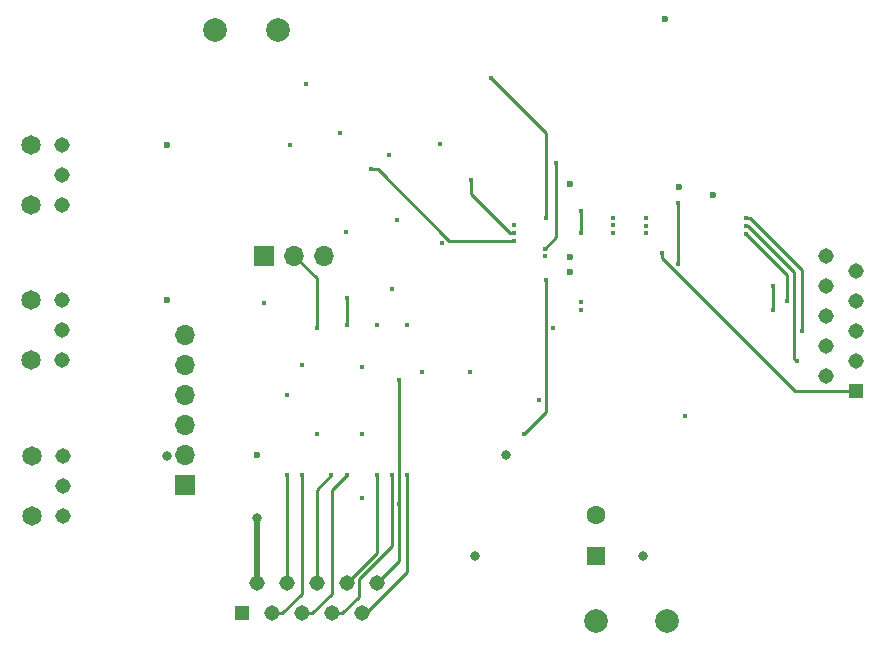
<source format=gbr>
G04 #@! TF.GenerationSoftware,KiCad,Pcbnew,(5.1.10-0-10_14)*
G04 #@! TF.CreationDate,2021-10-25T19:36:00+02:00*
G04 #@! TF.ProjectId,spdif_recv_cs,73706469-665f-4726-9563-765f63732e6b,rev?*
G04 #@! TF.SameCoordinates,Original*
G04 #@! TF.FileFunction,Copper,L2,Inr*
G04 #@! TF.FilePolarity,Positive*
%FSLAX46Y46*%
G04 Gerber Fmt 4.6, Leading zero omitted, Abs format (unit mm)*
G04 Created by KiCad (PCBNEW (5.1.10-0-10_14)) date 2021-10-25 19:36:00*
%MOMM*%
%LPD*%
G01*
G04 APERTURE LIST*
G04 #@! TA.AperFunction,ComponentPad*
%ADD10C,1.308000*%
G04 #@! TD*
G04 #@! TA.AperFunction,ComponentPad*
%ADD11C,1.650000*%
G04 #@! TD*
G04 #@! TA.AperFunction,ComponentPad*
%ADD12C,2.000000*%
G04 #@! TD*
G04 #@! TA.AperFunction,ComponentPad*
%ADD13R,1.308000X1.308000*%
G04 #@! TD*
G04 #@! TA.AperFunction,ComponentPad*
%ADD14O,1.700000X1.700000*%
G04 #@! TD*
G04 #@! TA.AperFunction,ComponentPad*
%ADD15R,1.700000X1.700000*%
G04 #@! TD*
G04 #@! TA.AperFunction,ComponentPad*
%ADD16C,1.600000*%
G04 #@! TD*
G04 #@! TA.AperFunction,ComponentPad*
%ADD17R,1.600000X1.600000*%
G04 #@! TD*
G04 #@! TA.AperFunction,ViaPad*
%ADD18C,0.450000*%
G04 #@! TD*
G04 #@! TA.AperFunction,ViaPad*
%ADD19C,0.600000*%
G04 #@! TD*
G04 #@! TA.AperFunction,ViaPad*
%ADD20C,0.800000*%
G04 #@! TD*
G04 #@! TA.AperFunction,Conductor*
%ADD21C,0.250000*%
G04 #@! TD*
G04 #@! TA.AperFunction,Conductor*
%ADD22C,0.500000*%
G04 #@! TD*
G04 APERTURE END LIST*
D10*
X115088500Y-96393000D03*
X115088500Y-98933000D03*
X115088500Y-101473000D03*
D11*
X112458500Y-101473000D03*
X112458500Y-96393000D03*
D10*
X115025000Y-83185000D03*
X115025000Y-85725000D03*
X115025000Y-88265000D03*
D11*
X112395000Y-88265000D03*
X112395000Y-83185000D03*
D10*
X115025000Y-70104000D03*
X115025000Y-72644000D03*
X115025000Y-75184000D03*
D11*
X112395000Y-75184000D03*
X112395000Y-70104000D03*
D12*
X127952500Y-60325000D03*
X133350000Y-60325000D03*
D13*
X130238500Y-109728000D03*
D10*
X131508500Y-107188000D03*
X132778500Y-109728000D03*
X134048500Y-107188000D03*
X135318500Y-109728000D03*
X136588500Y-107188000D03*
X137858500Y-109728000D03*
X139128500Y-107188000D03*
X140398500Y-109728000D03*
X141668500Y-107188000D03*
D13*
X182223000Y-90935000D03*
D10*
X179683000Y-89665000D03*
X182223000Y-88395000D03*
X179683000Y-87125000D03*
X182223000Y-85855000D03*
X179683000Y-84585000D03*
X182223000Y-83315000D03*
X179683000Y-82045000D03*
X182223000Y-80775000D03*
X179683000Y-79505000D03*
D14*
X137223500Y-79438500D03*
X134683500Y-79438500D03*
D15*
X132143500Y-79438500D03*
D12*
X166243000Y-110363000D03*
X160210500Y-110363000D03*
D16*
X160210500Y-101402000D03*
D17*
X160210500Y-104902000D03*
D14*
X125476000Y-86156800D03*
X125476000Y-88696800D03*
X125476000Y-91236800D03*
X125476000Y-93776800D03*
X125476000Y-96316800D03*
D15*
X125476000Y-98856800D03*
D18*
X153265500Y-77518497D03*
X149669500Y-73025000D03*
D19*
X131508500Y-96329500D03*
D18*
X132160000Y-83422500D03*
X140415000Y-99932500D03*
D20*
X131508500Y-101663500D03*
X152590500Y-96329500D03*
D19*
X158051500Y-79565500D03*
X158051500Y-80835500D03*
X158051500Y-73406000D03*
X166116000Y-59436000D03*
X170116500Y-74295000D03*
D18*
X155448000Y-91630500D03*
X142938500Y-82296000D03*
X138554500Y-69090500D03*
X147066000Y-69977000D03*
X143383000Y-76454000D03*
X135331200Y-88696800D03*
X134061200Y-91236800D03*
X158940500Y-84074000D03*
X144208500Y-85280500D03*
X175260000Y-84074000D03*
X175260000Y-82042000D03*
X158940500Y-83375500D03*
X141668500Y-85280500D03*
X153265500Y-78168500D03*
X141160500Y-72136000D03*
X156019500Y-81470500D03*
X167195500Y-74993500D03*
X167205499Y-80190501D03*
X140398500Y-94551500D03*
X154178000Y-94551500D03*
X172974000Y-76913503D03*
X177228500Y-88392000D03*
X172974000Y-76263500D03*
X177673000Y-85852000D03*
X172974000Y-77597000D03*
X176453501Y-83312000D03*
X165862000Y-79184500D03*
X156591000Y-85534500D03*
X155892500Y-79502000D03*
X139128500Y-97980500D03*
X137843498Y-97995502D03*
X139128500Y-85344000D03*
X139128500Y-83058000D03*
X135318500Y-97980500D03*
X134048500Y-97980500D03*
X141668500Y-97980500D03*
X144208500Y-98044000D03*
X143573500Y-89979500D03*
X143573500Y-100457000D03*
X142938500Y-98044000D03*
D20*
X149987000Y-104902000D03*
X164211000Y-104902000D03*
D19*
X123952000Y-70104000D03*
X123952000Y-83210400D03*
D20*
X123952000Y-96393000D03*
D18*
X136601200Y-94538800D03*
X149606000Y-89281000D03*
X136588500Y-85534500D03*
X140411200Y-88849200D03*
X145542000Y-89281000D03*
X153265500Y-76868494D03*
X147193000Y-78359000D03*
X151320500Y-64389000D03*
X156019500Y-76263500D03*
X135699500Y-64897000D03*
X134302500Y-70040500D03*
X142748000Y-70929500D03*
X139065000Y-77406500D03*
X155892500Y-78851997D03*
X156845000Y-71628000D03*
D19*
X167259000Y-73660000D03*
D18*
X167767000Y-93027500D03*
X158940500Y-77533500D03*
X158940500Y-75628500D03*
X161671000Y-77533500D03*
X164465000Y-77563506D03*
X161671000Y-76233494D03*
X164465000Y-76263500D03*
X161671000Y-76883497D03*
X164465000Y-76913503D03*
D21*
X149669500Y-74240695D02*
X149669500Y-73025000D01*
X152947302Y-77518497D02*
X149669500Y-74240695D01*
X153265500Y-77518497D02*
X152947302Y-77518497D01*
D22*
X131508500Y-107188000D02*
X131508500Y-101663500D01*
D21*
X175260000Y-84074000D02*
X175260000Y-82042000D01*
X147816502Y-78168500D02*
X141784002Y-72136000D01*
X141784002Y-72136000D02*
X141160500Y-72136000D01*
X153265500Y-78168500D02*
X147816502Y-78168500D01*
X167195500Y-74993500D02*
X167195500Y-80180502D01*
X167195500Y-80180502D02*
X167205499Y-80190501D01*
X156019500Y-92710000D02*
X154178000Y-94551500D01*
X156019500Y-81470500D02*
X156019500Y-92710000D01*
X173104505Y-76913503D02*
X172974000Y-76913503D01*
X177003501Y-80812499D02*
X173104505Y-76913503D01*
X177003501Y-88167001D02*
X177003501Y-80812499D01*
X177228500Y-88392000D02*
X177003501Y-88167001D01*
X173292198Y-76263500D02*
X172974000Y-76263500D01*
X177673000Y-80644302D02*
X173292198Y-76263500D01*
X177673000Y-85852000D02*
X177673000Y-80644302D01*
X176453501Y-81076501D02*
X172974000Y-77597000D01*
X176453501Y-83312000D02*
X176453501Y-81076501D01*
X165862000Y-79661004D02*
X165862000Y-79184500D01*
X177135996Y-90935000D02*
X165862000Y-79661004D01*
X182223000Y-90935000D02*
X177135996Y-90935000D01*
X136243395Y-109728000D02*
X137858500Y-108112895D01*
X135318500Y-109728000D02*
X136243395Y-109728000D01*
X137858500Y-99250500D02*
X139128500Y-97980500D01*
X137858500Y-108112895D02*
X137858500Y-99250500D01*
X136588500Y-99250500D02*
X136588500Y-107188000D01*
X137843498Y-97995502D02*
X136588500Y-99250500D01*
X139128500Y-85344000D02*
X139128500Y-83058000D01*
X135318500Y-108112895D02*
X135318500Y-97980500D01*
X133703395Y-109728000D02*
X135318500Y-108112895D01*
X132778500Y-109728000D02*
X133703395Y-109728000D01*
X134048500Y-97980500D02*
X134048500Y-107188000D01*
X141668500Y-104648000D02*
X141668500Y-97980500D01*
X139128500Y-107188000D02*
X141668500Y-104648000D01*
X144208500Y-106256998D02*
X144208500Y-98044000D01*
X140737498Y-109728000D02*
X144208500Y-106256998D01*
X140398500Y-109728000D02*
X140737498Y-109728000D01*
X143573500Y-89979500D02*
X143573500Y-100457000D01*
X141668500Y-107188000D02*
X143573500Y-105283000D01*
X143573500Y-104394000D02*
X143573500Y-100457000D01*
X143573500Y-105283000D02*
X143573500Y-104394000D01*
X140144500Y-106808410D02*
X142938500Y-104014410D01*
X140144500Y-108366895D02*
X140144500Y-106808410D01*
X142938500Y-104014410D02*
X142938500Y-98044000D01*
X138783395Y-109728000D02*
X140144500Y-108366895D01*
X137858500Y-109728000D02*
X138783395Y-109728000D01*
X136588500Y-81343500D02*
X134683500Y-79438500D01*
X136588500Y-85534500D02*
X136588500Y-81343500D01*
X151320500Y-64389000D02*
X156019500Y-69088000D01*
X156019500Y-69088000D02*
X156019500Y-76263500D01*
X156845000Y-77899497D02*
X156845000Y-71628000D01*
X155892500Y-78851997D02*
X156845000Y-77899497D01*
X158940500Y-77533500D02*
X158940500Y-75628500D01*
M02*

</source>
